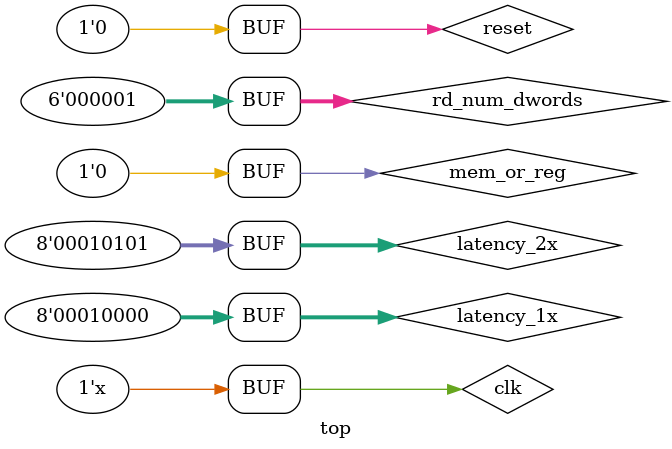
<source format=sv>
`define TEST 

`include "../../modules/s27ks0641.v"
`include "../../rtl/hyper_xface_1_8V.v" //Module controller to test 

`timescale 1 ns/1 ps

//top, this is the top most file, in which DUT(Design Under Test) and Verification environment are connected. 
//-------------------------------------------------------------------------

//including interfcae and testcase files
`include "tb_interface.sv"

//-------------------------[NOTE]---------------------------------
//Particular testcase can be run by uncommenting, and commenting the rest
`include "tests/tb_wr_rd_test.sv"
//----------------------------------------------------------------

module top();

//clock and reset signal declaration
	bit clk;
	bit reset;

//clock generation
initial begin
  	clk = 0;
end	
always #1.7 clk = ~clk;  //600MHz

//power-up generation
initial begin
	reset = 1;
	#150e3 reset = 0; //150us : tVCS
end
 

//creatinng instance of interface, inorder to connect DUT and testcase
mem_intf intf(clk,reset);
  
//Testcase instance, interface handle is passed to test as an argument
test t1(intf);

reg mem_or_reg;
reg [5:0] rd_num_dwords;
reg [7:0] latency_1x, latency_2x; 
wire burst_wr_rdy; //Not connected
initial begin
	mem_or_reg = 0;

    rd_num_dwords = 6'h1;      // read 1 4 byte word

    latency_1x[7:0] = 8'h10;   // latency setup - not so important latency_1x because is configured to go at latency_2x
    latency_2x[7:0] = 8'd21;   // 21 edges = 6 cycles if configured at 166MHz * (2 latency_2x) * (2 controller is configured by each edge) - 2 data alignment - 1 fsm_addr cycle added
end

wire [7:0] data_pins_in, data_pins_out, dram_dq;
wire dram_dq_oe_l, dram_rwds_in, dram_rwds_out, dram_rwds_oe_l, dram_ck, dram_rst_l, dram_cs_l, dram_rwds;

//DQ IO
assign data_pins_in[7:0] = dram_dq_oe_l ? dram_dq : 8'bz;
assign dram_dq[7:0] = ~dram_dq_oe_l ? data_pins_out : 8'bz;

//RWDS IO
assign dram_rwds = ~dram_rwds_oe_l ? dram_rwds_out : 1'bz;
assign dram_rwds_in = dram_rwds_oe_l ? dram_rwds : 1'bz;


hyper_xface controller_ip(
.reset				(reset),
.clk				(intf.clk),
.rd_req				(intf.rd_req),
.wr_req				(intf.wr_req),
.mem_or_reg			(mem_or_reg),
.wr_byte_en			(intf.wr_byte_en),
.rd_num_dwords		(rd_num_dwords),
.addr				(intf.addr),
.wr_d				(intf.wdata),
.rd_d				(intf.rdata),
.rd_rdy				(intf.rd_rdy),
.busy				(intf.busy),
.burst_wr_rdy		(burst_wr_rdy),
.latency_1x			(latency_1x),
.latency_2x			(latency_2x),

.dram_dq_in			(data_pins_in),
.dram_dq_out		(data_pins_out),
.dram_dq_oe_l		(dram_dq_oe_l),
.dram_rwds_in		(dram_rwds_in),
.dram_rwds_out		(dram_rwds_out),
.dram_rwds_oe_l		(dram_rwds_oe_l),
.dram_ck			(dram_ck),
.dram_rst_l			(dram_rst_l),
.dram_cs_l			(dram_cs_l)
);



s27ks0641 #(.TimingModel("S27KS0641DPBHI020"))
hyperRAM(
.DQ7      (dram_dq[7]),
.DQ6      (dram_dq[6]),
.DQ5      (dram_dq[5]),
.DQ4      (dram_dq[4]),
.DQ3      (dram_dq[3]),
.DQ2      (dram_dq[2]),
.DQ1      (dram_dq[1]),
.DQ0      (dram_dq[0]),
.RWDS     (dram_rwds),
.CSNeg    (dram_cs_l),
.CK       (dram_ck),
.CKNeg    (~dram_ck),
.RESETNeg (dram_rst_l)
);


//enabling the wave dump
  initial begin 
    $dumpfile("dump.vcd"); $dumpvars;
  end

endmodule

</source>
